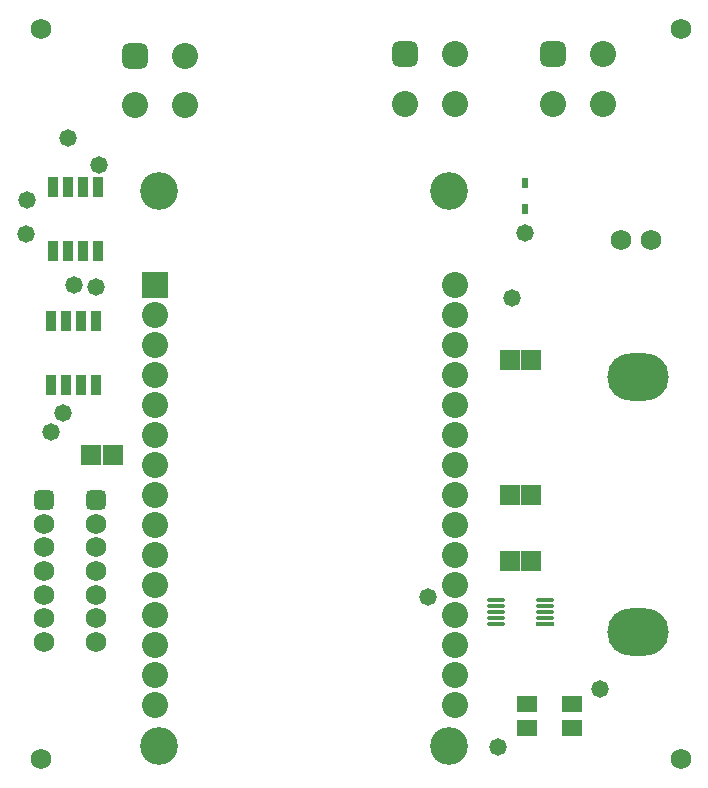
<source format=gbr>
%FSLAX23Y23*%
%MOIN*%
%SFA1B1*%

%IPPOS*%
%AMD15*
4,1,8,-0.023700,-0.006900,0.023700,-0.006900,0.030600,0.000000,0.030600,0.000000,0.023700,0.006900,-0.023700,0.006900,-0.030600,0.000000,-0.030600,0.000000,-0.023700,-0.006900,0.0*
1,1,0.013780,-0.023700,0.000000*
1,1,0.013780,0.023700,0.000000*
1,1,0.013780,0.023700,0.000000*
1,1,0.013780,-0.023700,0.000000*
%
%AMD39*
4,1,8,0.023600,0.078800,-0.023600,0.078800,-0.102400,0.000000,-0.102400,0.000000,-0.023600,-0.078800,0.023600,-0.078800,0.102400,0.000000,0.102400,0.000000,0.023600,0.078800,0.0*
1,1,0.157606,0.023600,0.000000*
1,1,0.157606,-0.023600,0.000000*
1,1,0.157606,-0.023600,0.000000*
1,1,0.157606,0.023600,0.000000*
%
%AMD41*
4,1,8,0.015000,0.034000,-0.015000,0.034000,-0.034000,0.015000,-0.034000,-0.015000,-0.015000,-0.034000,0.015000,-0.034000,0.034000,-0.015000,0.034000,0.015000,0.015000,0.034000,0.0*
1,1,0.038000,0.015000,0.015000*
1,1,0.038000,-0.015000,0.015000*
1,1,0.038000,-0.015000,-0.015000*
1,1,0.038000,0.015000,-0.015000*
%
%AMD42*
4,1,8,0.019700,0.043400,-0.019700,0.043400,-0.043400,0.019700,-0.043400,-0.019700,-0.019700,-0.043400,0.019700,-0.043400,0.043400,-0.019700,0.043400,0.019700,0.019700,0.043400,0.0*
1,1,0.047370,0.019700,0.019700*
1,1,0.047370,-0.019700,0.019700*
1,1,0.047370,-0.019700,-0.019700*
1,1,0.047370,0.019700,-0.019700*
%
%ADD11R,0.021260X0.033858*%
%ADD14R,0.061279X0.013780*%
G04~CAMADD=15~8~0.0~0.0~612.8~137.8~68.9~0.0~15~0.0~0.0~0.0~0.0~0~0.0~0.0~0.0~0.0~0~0.0~0.0~0.0~180.0~612.0~137.0*
%ADD15D15*%
%ADD33R,0.033590X0.068039*%
%ADD34R,0.065086X0.055244*%
%ADD35R,0.067055X0.069023*%
%ADD36R,0.086740X0.086740*%
%ADD37C,0.086740*%
%ADD38C,0.126110*%
G04~CAMADD=39~8~0.0~0.0~2048.5~1576.1~788.0~0.0~15~0.0~0.0~0.0~0.0~0~0.0~0.0~0.0~0.0~0~0.0~0.0~0.0~0.0~2048.5~1576.1*
%ADD39D39*%
%ADD40C,0.068000*%
G04~CAMADD=41~8~0.0~0.0~680.0~680.0~190.0~0.0~15~0.0~0.0~0.0~0.0~0~0.0~0.0~0.0~0.0~0~0.0~0.0~0.0~0.0~680.0~680.0*
%ADD41D41*%
G04~CAMADD=42~8~0.0~0.0~867.4~867.4~236.9~0.0~15~0.0~0.0~0.0~0.0~0~0.0~0.0~0.0~0.0~0~0.0~0.0~0.0~0.0~867.4~867.4*
%ADD42D42*%
%ADD43C,0.068000*%
%ADD44C,0.058000*%
%LNecu_freio_2024_equipe_imperador_soldermask_top-1*%
%LPD*%
G54D11*
X4435Y4030D03*
Y4114D03*
G54D14*
X4502Y2645D03*
G54D15*
X4502Y2665D03*
Y2685D03*
Y2704D03*
Y2724D03*
X4337D03*
Y2704D03*
Y2685D03*
Y2665D03*
Y2645D03*
G54D33*
X3010Y4101D03*
X2960D03*
X2910D03*
X2860D03*
Y3888D03*
X2910D03*
X2960D03*
X3010D03*
X2855Y3443D03*
X2905D03*
X2955D03*
X3005D03*
Y3656D03*
X2955D03*
X2905D03*
X2855D03*
G54D34*
X4590Y2378D03*
Y2300D03*
X4440Y2300D03*
Y2379D03*
G54D35*
X4455Y3075D03*
X4384D03*
X3060Y3210D03*
X2989D03*
X4384Y3525D03*
X4455D03*
Y2855D03*
X4384D03*
G54D36*
X3200Y3775D03*
G54D37*
X3200Y3675D03*
Y3575D03*
Y3475D03*
Y3375D03*
Y3275D03*
Y3175D03*
Y3075D03*
Y2975D03*
Y2875D03*
Y2775D03*
Y2675D03*
Y2575D03*
Y2475D03*
Y2375D03*
X4200Y3775D03*
Y3675D03*
Y3575D03*
Y3475D03*
Y3375D03*
Y3275D03*
Y3175D03*
Y3075D03*
Y2975D03*
Y2875D03*
Y2775D03*
Y2675D03*
Y2575D03*
Y2475D03*
Y2375D03*
X4035Y4380D03*
X4200Y4545D03*
Y4380D03*
X3134Y4374D03*
X3300Y4540D03*
Y4374D03*
X4529Y4380D03*
X4695Y4545D03*
Y4380D03*
G54D38*
X3216Y2240D03*
X4181D03*
Y4089D03*
X3216D03*
G54D39*
X4810Y2620D03*
Y3470D03*
G54D40*
X4855Y3925D03*
X4755D03*
X3005Y2585D03*
Y2665D03*
Y2743D03*
Y2822D03*
Y2901D03*
Y2979D03*
X2830Y2585D03*
Y2665D03*
Y2743D03*
Y2822D03*
Y2901D03*
Y2979D03*
G54D41*
X3005Y3058D03*
X2830D03*
G54D42*
X4035Y4545D03*
X3134Y4540D03*
X4529Y4545D03*
G54D43*
X4955Y4630D03*
Y2195D03*
X2820D03*
Y4630D03*
G54D44*
X2855Y3285D03*
X4685Y2430D03*
X4392Y3732D03*
X4110Y2735D03*
X2770Y3945D03*
X2775Y4060D03*
X2930Y3775D03*
X3005Y3770D03*
X3015Y4175D03*
X2910Y4265D03*
X4345Y2235D03*
X2895Y3350D03*
X4435Y3947D03*
M02*
</source>
